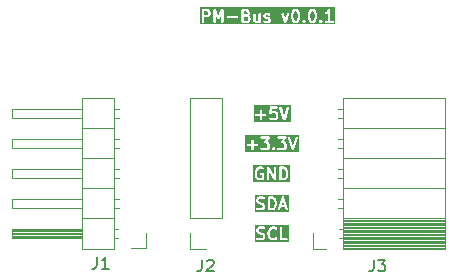
<source format=gbr>
%TF.GenerationSoftware,KiCad,Pcbnew,8.0.4-8.0.4-0~ubuntu22.04.1*%
%TF.CreationDate,2024-08-03T19:38:37+03:00*%
%TF.ProjectId,PM-Bus,504d2d42-7573-42e6-9b69-6361645f7063,rev?*%
%TF.SameCoordinates,Original*%
%TF.FileFunction,Legend,Top*%
%TF.FilePolarity,Positive*%
%FSLAX46Y46*%
G04 Gerber Fmt 4.6, Leading zero omitted, Abs format (unit mm)*
G04 Created by KiCad (PCBNEW 8.0.4-8.0.4-0~ubuntu22.04.1) date 2024-08-03 19:38:37*
%MOMM*%
%LPD*%
G01*
G04 APERTURE LIST*
%ADD10C,0.200000*%
%ADD11C,0.150000*%
%ADD12C,0.120000*%
%ADD13R,1.700000X1.700000*%
%ADD14O,1.700000X1.700000*%
%ADD15C,3.200000*%
G04 APERTURE END LIST*
D10*
G36*
X79025950Y-89613330D02*
G01*
X74463578Y-89613330D01*
X74463578Y-89001757D01*
X74574689Y-89001757D01*
X74574689Y-89040775D01*
X74589621Y-89076823D01*
X74617211Y-89104413D01*
X74653259Y-89119345D01*
X74672768Y-89121266D01*
X74953720Y-89121266D01*
X74953720Y-89402219D01*
X74955641Y-89421728D01*
X74970573Y-89457776D01*
X74998163Y-89485366D01*
X75034211Y-89500298D01*
X75073229Y-89500298D01*
X75109277Y-89485366D01*
X75136867Y-89457776D01*
X75151799Y-89421728D01*
X75153720Y-89402219D01*
X75153720Y-89121266D01*
X75434673Y-89121266D01*
X75454182Y-89119345D01*
X75490230Y-89104413D01*
X75517820Y-89076823D01*
X75532752Y-89040775D01*
X75532752Y-89001757D01*
X75517820Y-88965709D01*
X75490230Y-88938119D01*
X75454182Y-88923187D01*
X75434673Y-88921266D01*
X75153720Y-88921266D01*
X75153720Y-88640314D01*
X75151799Y-88620805D01*
X75136867Y-88584757D01*
X75109277Y-88557167D01*
X75073229Y-88542235D01*
X75034211Y-88542235D01*
X74998163Y-88557167D01*
X74970573Y-88584757D01*
X74955641Y-88620805D01*
X74953720Y-88640314D01*
X74953720Y-88921266D01*
X74672768Y-88921266D01*
X74653259Y-88923187D01*
X74617211Y-88938119D01*
X74589621Y-88965709D01*
X74574689Y-89001757D01*
X74463578Y-89001757D01*
X74463578Y-88382710D01*
X75717546Y-88382710D01*
X75717546Y-88421728D01*
X75732478Y-88457776D01*
X75760068Y-88485366D01*
X75796116Y-88500298D01*
X75815625Y-88502219D01*
X76214295Y-88502219D01*
X76026081Y-88717321D01*
X76020051Y-88725754D01*
X76018192Y-88727614D01*
X76017461Y-88729377D01*
X76014680Y-88733268D01*
X76009475Y-88748656D01*
X76003260Y-88763662D01*
X76003260Y-88767035D01*
X76002180Y-88770229D01*
X76003260Y-88786431D01*
X76003260Y-88802680D01*
X76004550Y-88805795D01*
X76004775Y-88809161D01*
X76011975Y-88823721D01*
X76018192Y-88838728D01*
X76020576Y-88841112D01*
X76022072Y-88844136D01*
X76034297Y-88854833D01*
X76045782Y-88866318D01*
X76048896Y-88867608D01*
X76051436Y-88869830D01*
X76066824Y-88875034D01*
X76081830Y-88881250D01*
X76086589Y-88881718D01*
X76088397Y-88882330D01*
X76091021Y-88882155D01*
X76101339Y-88883171D01*
X76220589Y-88883171D01*
X76280198Y-88912976D01*
X76304867Y-88937644D01*
X76334672Y-88997254D01*
X76334672Y-89188135D01*
X76304867Y-89247743D01*
X76280198Y-89272413D01*
X76220589Y-89302219D01*
X75982089Y-89302219D01*
X75922479Y-89272414D01*
X75886336Y-89236270D01*
X75871183Y-89223833D01*
X75835135Y-89208902D01*
X75796117Y-89208901D01*
X75760068Y-89223832D01*
X75732478Y-89251422D01*
X75717547Y-89287470D01*
X75717546Y-89326488D01*
X75732477Y-89362537D01*
X75744914Y-89377690D01*
X75792532Y-89425310D01*
X75800200Y-89431603D01*
X75801932Y-89433600D01*
X75804940Y-89435493D01*
X75807686Y-89437747D01*
X75810126Y-89438757D01*
X75818523Y-89444043D01*
X75913760Y-89491662D01*
X75932069Y-89498668D01*
X75935652Y-89498922D01*
X75938973Y-89500298D01*
X75958482Y-89502219D01*
X76244196Y-89502219D01*
X76263705Y-89500298D01*
X76267025Y-89498922D01*
X76270609Y-89498668D01*
X76288917Y-89491662D01*
X76384155Y-89444043D01*
X76392550Y-89438758D01*
X76394992Y-89437747D01*
X76397739Y-89435491D01*
X76400745Y-89433600D01*
X76402475Y-89431605D01*
X76410145Y-89425310D01*
X76457764Y-89377690D01*
X76464056Y-89370023D01*
X76466053Y-89368292D01*
X76467946Y-89365284D01*
X76470201Y-89362537D01*
X76471212Y-89360095D01*
X76476496Y-89351701D01*
X76484801Y-89335091D01*
X76717546Y-89335091D01*
X76717546Y-89374109D01*
X76724009Y-89389711D01*
X76732478Y-89410158D01*
X76732482Y-89410162D01*
X76744914Y-89425311D01*
X76792533Y-89472929D01*
X76807686Y-89485366D01*
X76816689Y-89489095D01*
X76843735Y-89500298D01*
X76882753Y-89500298D01*
X76918801Y-89485366D01*
X76933955Y-89472930D01*
X76981573Y-89425311D01*
X76994010Y-89410158D01*
X77000762Y-89393856D01*
X77008941Y-89374110D01*
X77008942Y-89335092D01*
X76994011Y-89299043D01*
X76981574Y-89283890D01*
X76933955Y-89236270D01*
X76918802Y-89223833D01*
X76903870Y-89217648D01*
X76882753Y-89208901D01*
X76843735Y-89208901D01*
X76833177Y-89213274D01*
X76807687Y-89223832D01*
X76807686Y-89223833D01*
X76792532Y-89236270D01*
X76744914Y-89283890D01*
X76732477Y-89299043D01*
X76722464Y-89323219D01*
X76717546Y-89335091D01*
X76484801Y-89335091D01*
X76524115Y-89256464D01*
X76531121Y-89238155D01*
X76531375Y-89234571D01*
X76532751Y-89231251D01*
X76534672Y-89211742D01*
X76534672Y-88973647D01*
X76532751Y-88954138D01*
X76531375Y-88950817D01*
X76531121Y-88947234D01*
X76524115Y-88928925D01*
X76476496Y-88833688D01*
X76471210Y-88825291D01*
X76470200Y-88822851D01*
X76467946Y-88820105D01*
X76466053Y-88817097D01*
X76464055Y-88815364D01*
X76457763Y-88807698D01*
X76410145Y-88760079D01*
X76402474Y-88753784D01*
X76400745Y-88751790D01*
X76397737Y-88749896D01*
X76394991Y-88747643D01*
X76392551Y-88746632D01*
X76384155Y-88741347D01*
X76305307Y-88701923D01*
X76509930Y-88468069D01*
X76515959Y-88459635D01*
X76517819Y-88457776D01*
X76518549Y-88456012D01*
X76521331Y-88452122D01*
X76526535Y-88436733D01*
X76532751Y-88421728D01*
X76532751Y-88418354D01*
X76533831Y-88415161D01*
X76532751Y-88398958D01*
X76532751Y-88382710D01*
X77146117Y-88382710D01*
X77146117Y-88421728D01*
X77161049Y-88457776D01*
X77188639Y-88485366D01*
X77224687Y-88500298D01*
X77244196Y-88502219D01*
X77642866Y-88502219D01*
X77454652Y-88717321D01*
X77448622Y-88725754D01*
X77446763Y-88727614D01*
X77446032Y-88729377D01*
X77443251Y-88733268D01*
X77438046Y-88748656D01*
X77431831Y-88763662D01*
X77431831Y-88767035D01*
X77430751Y-88770229D01*
X77431831Y-88786431D01*
X77431831Y-88802680D01*
X77433121Y-88805795D01*
X77433346Y-88809161D01*
X77440546Y-88823721D01*
X77446763Y-88838728D01*
X77449147Y-88841112D01*
X77450643Y-88844136D01*
X77462868Y-88854833D01*
X77474353Y-88866318D01*
X77477467Y-88867608D01*
X77480007Y-88869830D01*
X77495395Y-88875034D01*
X77510401Y-88881250D01*
X77515160Y-88881718D01*
X77516968Y-88882330D01*
X77519592Y-88882155D01*
X77529910Y-88883171D01*
X77649160Y-88883171D01*
X77708769Y-88912976D01*
X77733438Y-88937644D01*
X77763243Y-88997254D01*
X77763243Y-89188135D01*
X77733438Y-89247743D01*
X77708769Y-89272413D01*
X77649160Y-89302219D01*
X77410660Y-89302219D01*
X77351050Y-89272414D01*
X77314907Y-89236270D01*
X77299754Y-89223833D01*
X77263706Y-89208902D01*
X77224688Y-89208901D01*
X77188639Y-89223832D01*
X77161049Y-89251422D01*
X77146118Y-89287470D01*
X77146117Y-89326488D01*
X77161048Y-89362537D01*
X77173485Y-89377690D01*
X77221103Y-89425310D01*
X77228771Y-89431603D01*
X77230503Y-89433600D01*
X77233511Y-89435493D01*
X77236257Y-89437747D01*
X77238697Y-89438757D01*
X77247094Y-89444043D01*
X77342331Y-89491662D01*
X77360640Y-89498668D01*
X77364223Y-89498922D01*
X77367544Y-89500298D01*
X77387053Y-89502219D01*
X77672767Y-89502219D01*
X77692276Y-89500298D01*
X77695596Y-89498922D01*
X77699180Y-89498668D01*
X77717488Y-89491662D01*
X77812726Y-89444043D01*
X77821121Y-89438758D01*
X77823563Y-89437747D01*
X77826310Y-89435491D01*
X77829316Y-89433600D01*
X77831046Y-89431605D01*
X77838716Y-89425310D01*
X77886335Y-89377690D01*
X77892627Y-89370023D01*
X77894624Y-89368292D01*
X77896517Y-89365284D01*
X77898772Y-89362537D01*
X77899783Y-89360095D01*
X77905067Y-89351701D01*
X77952686Y-89256464D01*
X77959692Y-89238155D01*
X77959946Y-89234571D01*
X77961322Y-89231251D01*
X77963243Y-89211742D01*
X77963243Y-88973647D01*
X77961322Y-88954138D01*
X77959946Y-88950817D01*
X77959692Y-88947234D01*
X77952686Y-88928925D01*
X77905067Y-88833688D01*
X77899781Y-88825291D01*
X77898771Y-88822851D01*
X77896517Y-88820105D01*
X77894624Y-88817097D01*
X77892626Y-88815364D01*
X77886334Y-88807698D01*
X77838716Y-88760079D01*
X77831045Y-88753784D01*
X77829316Y-88751790D01*
X77826308Y-88749896D01*
X77823562Y-88747643D01*
X77821122Y-88746632D01*
X77812726Y-88741347D01*
X77733878Y-88701923D01*
X77938501Y-88468069D01*
X77944530Y-88459635D01*
X77946390Y-88457776D01*
X77947120Y-88456012D01*
X77949902Y-88452122D01*
X77955106Y-88436733D01*
X77961322Y-88421728D01*
X77961322Y-88418354D01*
X77962402Y-88415161D01*
X77962373Y-88414726D01*
X78049743Y-88414726D01*
X78054090Y-88433842D01*
X78387423Y-89433841D01*
X78395414Y-89451742D01*
X78400097Y-89457141D01*
X78403292Y-89463531D01*
X78412763Y-89471746D01*
X78420979Y-89481218D01*
X78427367Y-89484412D01*
X78432768Y-89489096D01*
X78444669Y-89493063D01*
X78455878Y-89498667D01*
X78463002Y-89499173D01*
X78469784Y-89501434D01*
X78482293Y-89500544D01*
X78494798Y-89501434D01*
X78501576Y-89499174D01*
X78508704Y-89498668D01*
X78519920Y-89493059D01*
X78531814Y-89489095D01*
X78537211Y-89484414D01*
X78543603Y-89481218D01*
X78551821Y-89471742D01*
X78561290Y-89463530D01*
X78564483Y-89457143D01*
X78569168Y-89451742D01*
X78577159Y-89433842D01*
X78910492Y-88433842D01*
X78914839Y-88414727D01*
X78912073Y-88375807D01*
X78894623Y-88340908D01*
X78865147Y-88315343D01*
X78828131Y-88303004D01*
X78789211Y-88305771D01*
X78754312Y-88323220D01*
X78728747Y-88352696D01*
X78720756Y-88370597D01*
X78482291Y-89085991D01*
X78243826Y-88370596D01*
X78235835Y-88352696D01*
X78210270Y-88323220D01*
X78175371Y-88305770D01*
X78136451Y-88303004D01*
X78099435Y-88315342D01*
X78069959Y-88340907D01*
X78052509Y-88375806D01*
X78049743Y-88414726D01*
X77962373Y-88414726D01*
X77961322Y-88398958D01*
X77961322Y-88382710D01*
X77960031Y-88379594D01*
X77959807Y-88376229D01*
X77952604Y-88361663D01*
X77946390Y-88346662D01*
X77944006Y-88344278D01*
X77942511Y-88341254D01*
X77930277Y-88330549D01*
X77918800Y-88319072D01*
X77915686Y-88317782D01*
X77913147Y-88315560D01*
X77897755Y-88310354D01*
X77882752Y-88304140D01*
X77877992Y-88303671D01*
X77876185Y-88303060D01*
X77873560Y-88303234D01*
X77863243Y-88302219D01*
X77244196Y-88302219D01*
X77224687Y-88304140D01*
X77188639Y-88319072D01*
X77161049Y-88346662D01*
X77146117Y-88382710D01*
X76532751Y-88382710D01*
X76531460Y-88379594D01*
X76531236Y-88376229D01*
X76524033Y-88361663D01*
X76517819Y-88346662D01*
X76515435Y-88344278D01*
X76513940Y-88341254D01*
X76501706Y-88330549D01*
X76490229Y-88319072D01*
X76487115Y-88317782D01*
X76484576Y-88315560D01*
X76469184Y-88310354D01*
X76454181Y-88304140D01*
X76449421Y-88303671D01*
X76447614Y-88303060D01*
X76444989Y-88303234D01*
X76434672Y-88302219D01*
X75815625Y-88302219D01*
X75796116Y-88304140D01*
X75760068Y-88319072D01*
X75732478Y-88346662D01*
X75717546Y-88382710D01*
X74463578Y-88382710D01*
X74463578Y-88191108D01*
X79025950Y-88191108D01*
X79025950Y-89613330D01*
G37*
G36*
X74657796Y-78218430D02*
G01*
X74677248Y-78237882D01*
X74707053Y-78297492D01*
X74707053Y-78393135D01*
X74677248Y-78452743D01*
X74652579Y-78477413D01*
X74592970Y-78507219D01*
X74335625Y-78507219D01*
X74335625Y-78183409D01*
X74552731Y-78183409D01*
X74657796Y-78218430D01*
G37*
G36*
X74604960Y-77737024D02*
G01*
X74629629Y-77761692D01*
X74659434Y-77821302D01*
X74659434Y-77869326D01*
X74629629Y-77928935D01*
X74604960Y-77953603D01*
X74545351Y-77983409D01*
X74335625Y-77983409D01*
X74335625Y-77707219D01*
X74545351Y-77707219D01*
X74604960Y-77737024D01*
G37*
G36*
X78795437Y-77737024D02*
G01*
X78820106Y-77761692D01*
X78855559Y-77832599D01*
X78897530Y-78000480D01*
X78897530Y-78213956D01*
X78855559Y-78381837D01*
X78820106Y-78452743D01*
X78795437Y-78477413D01*
X78735828Y-78507219D01*
X78687804Y-78507219D01*
X78628194Y-78477414D01*
X78603527Y-78452746D01*
X78568072Y-78381837D01*
X78526102Y-78213956D01*
X78526102Y-78000481D01*
X78568072Y-77832599D01*
X78603526Y-77761692D01*
X78628194Y-77737023D01*
X78687804Y-77707219D01*
X78735828Y-77707219D01*
X78795437Y-77737024D01*
G37*
G36*
X80224008Y-77737024D02*
G01*
X80248677Y-77761692D01*
X80284130Y-77832599D01*
X80326101Y-78000480D01*
X80326101Y-78213956D01*
X80284130Y-78381837D01*
X80248677Y-78452743D01*
X80224008Y-78477413D01*
X80164399Y-78507219D01*
X80116375Y-78507219D01*
X80056765Y-78477414D01*
X80032098Y-78452746D01*
X79996643Y-78381837D01*
X79954673Y-78213956D01*
X79954673Y-78000481D01*
X79996643Y-77832599D01*
X80032097Y-77761692D01*
X80056765Y-77737023D01*
X80116375Y-77707219D01*
X80164399Y-77707219D01*
X80224008Y-77737024D01*
G37*
G36*
X71271627Y-77737024D02*
G01*
X71296296Y-77761692D01*
X71326101Y-77821302D01*
X71326101Y-77916945D01*
X71296296Y-77976554D01*
X71271627Y-78001222D01*
X71212018Y-78031028D01*
X70954673Y-78031028D01*
X70954673Y-77707219D01*
X71212018Y-77707219D01*
X71271627Y-77737024D01*
G37*
G36*
X82063862Y-78818330D02*
G01*
X70643562Y-78818330D01*
X70643562Y-77607219D01*
X70754673Y-77607219D01*
X70754673Y-78607219D01*
X70756594Y-78626728D01*
X70771526Y-78662776D01*
X70799116Y-78690366D01*
X70835164Y-78705298D01*
X70874182Y-78705298D01*
X70910230Y-78690366D01*
X70937820Y-78662776D01*
X70952752Y-78626728D01*
X70954673Y-78607219D01*
X70954673Y-78231028D01*
X71235625Y-78231028D01*
X71255134Y-78229107D01*
X71258454Y-78227731D01*
X71262038Y-78227477D01*
X71280346Y-78220471D01*
X71375584Y-78172852D01*
X71383980Y-78167566D01*
X71386420Y-78166556D01*
X71389166Y-78164302D01*
X71392174Y-78162409D01*
X71393903Y-78160414D01*
X71401574Y-78154120D01*
X71449192Y-78106501D01*
X71455484Y-78098834D01*
X71457482Y-78097102D01*
X71459375Y-78094093D01*
X71461629Y-78091348D01*
X71462639Y-78088907D01*
X71467925Y-78080511D01*
X71515544Y-77985274D01*
X71522550Y-77966965D01*
X71522804Y-77963381D01*
X71524180Y-77960061D01*
X71526101Y-77940552D01*
X71526101Y-77797695D01*
X71524180Y-77778186D01*
X71522804Y-77774865D01*
X71522550Y-77771282D01*
X71515544Y-77752973D01*
X71467925Y-77657736D01*
X71462639Y-77649339D01*
X71461629Y-77646899D01*
X71459375Y-77644153D01*
X71457482Y-77641145D01*
X71455484Y-77639412D01*
X71449192Y-77631746D01*
X71424666Y-77607219D01*
X71754673Y-77607219D01*
X71754673Y-78607219D01*
X71756594Y-78626728D01*
X71771526Y-78662776D01*
X71799116Y-78690366D01*
X71835164Y-78705298D01*
X71874182Y-78705298D01*
X71910230Y-78690366D01*
X71937820Y-78662776D01*
X71952752Y-78626728D01*
X71954673Y-78607219D01*
X71954673Y-78057975D01*
X72097388Y-78363793D01*
X72101620Y-78370938D01*
X72102500Y-78373356D01*
X72104065Y-78375065D01*
X72107379Y-78380659D01*
X72118589Y-78390925D01*
X72128851Y-78402131D01*
X72132876Y-78404009D01*
X72136154Y-78407011D01*
X72150436Y-78412204D01*
X72164209Y-78418632D01*
X72168648Y-78418827D01*
X72172823Y-78420345D01*
X72188006Y-78419677D01*
X72203189Y-78420345D01*
X72207362Y-78418827D01*
X72211804Y-78418632D01*
X72225588Y-78412199D01*
X72239858Y-78407010D01*
X72243131Y-78404012D01*
X72247161Y-78402132D01*
X72257430Y-78390917D01*
X72268633Y-78380659D01*
X72271944Y-78375068D01*
X72273513Y-78373356D01*
X72274393Y-78370934D01*
X72278624Y-78363793D01*
X72421339Y-78057974D01*
X72421339Y-78607219D01*
X72423260Y-78626728D01*
X72438192Y-78662776D01*
X72465782Y-78690366D01*
X72501830Y-78705298D01*
X72540848Y-78705298D01*
X72576896Y-78690366D01*
X72604486Y-78662776D01*
X72619418Y-78626728D01*
X72621339Y-78607219D01*
X72621339Y-78206757D01*
X72899451Y-78206757D01*
X72899451Y-78245775D01*
X72914383Y-78281823D01*
X72941973Y-78309413D01*
X72978021Y-78324345D01*
X72997530Y-78326266D01*
X73759435Y-78326266D01*
X73778944Y-78324345D01*
X73814992Y-78309413D01*
X73842582Y-78281823D01*
X73857514Y-78245775D01*
X73857514Y-78206757D01*
X73842582Y-78170709D01*
X73814992Y-78143119D01*
X73778944Y-78128187D01*
X73759435Y-78126266D01*
X72997530Y-78126266D01*
X72978021Y-78128187D01*
X72941973Y-78143119D01*
X72914383Y-78170709D01*
X72899451Y-78206757D01*
X72621339Y-78206757D01*
X72621339Y-77607219D01*
X74135625Y-77607219D01*
X74135625Y-78607219D01*
X74137546Y-78626728D01*
X74152478Y-78662776D01*
X74180068Y-78690366D01*
X74216116Y-78705298D01*
X74235625Y-78707219D01*
X74616577Y-78707219D01*
X74636086Y-78705298D01*
X74639406Y-78703922D01*
X74642990Y-78703668D01*
X74661298Y-78696662D01*
X74756536Y-78649043D01*
X74764931Y-78643758D01*
X74767373Y-78642747D01*
X74770120Y-78640491D01*
X74773126Y-78638600D01*
X74774856Y-78636605D01*
X74782526Y-78630310D01*
X74830145Y-78582690D01*
X74836437Y-78575023D01*
X74838434Y-78573292D01*
X74840327Y-78570284D01*
X74842582Y-78567537D01*
X74843593Y-78565095D01*
X74848877Y-78556701D01*
X74896496Y-78461464D01*
X74903502Y-78443155D01*
X74903756Y-78439571D01*
X74905132Y-78436251D01*
X74907053Y-78416742D01*
X74907053Y-78273885D01*
X74905132Y-78254376D01*
X74903756Y-78251055D01*
X74903502Y-78247472D01*
X74896496Y-78229163D01*
X74848877Y-78133926D01*
X74843591Y-78125529D01*
X74842581Y-78123089D01*
X74840327Y-78120343D01*
X74838434Y-78117335D01*
X74836436Y-78115602D01*
X74830144Y-78107936D01*
X74782526Y-78060317D01*
X74781737Y-78059669D01*
X74782525Y-78058882D01*
X74788817Y-78051215D01*
X74790815Y-78049483D01*
X74792708Y-78046474D01*
X74794962Y-78043729D01*
X74795972Y-78041288D01*
X74801258Y-78032892D01*
X74847428Y-77940552D01*
X75135625Y-77940552D01*
X75135625Y-78464361D01*
X75137546Y-78483870D01*
X75138921Y-78487190D01*
X75139176Y-78490773D01*
X75146182Y-78509082D01*
X75193801Y-78604321D01*
X75195854Y-78607584D01*
X75196368Y-78609123D01*
X75198030Y-78611039D01*
X75204244Y-78620911D01*
X75213715Y-78629125D01*
X75221932Y-78638600D01*
X75231802Y-78644812D01*
X75233720Y-78646476D01*
X75235260Y-78646989D01*
X75238523Y-78649043D01*
X75333760Y-78696662D01*
X75352069Y-78703668D01*
X75355652Y-78703922D01*
X75358973Y-78705298D01*
X75378482Y-78707219D01*
X75521339Y-78707219D01*
X75540848Y-78705298D01*
X75544168Y-78703922D01*
X75547752Y-78703668D01*
X75566060Y-78696662D01*
X75598643Y-78680370D01*
X75608639Y-78690366D01*
X75644687Y-78705298D01*
X75683705Y-78705298D01*
X75719753Y-78690366D01*
X75747343Y-78662776D01*
X75762275Y-78626728D01*
X75764196Y-78607219D01*
X75764196Y-78083409D01*
X75992768Y-78083409D01*
X75992768Y-78131028D01*
X75994689Y-78150537D01*
X75996064Y-78153857D01*
X75996319Y-78157441D01*
X76003325Y-78175749D01*
X76050944Y-78270987D01*
X76052997Y-78274250D01*
X76053511Y-78275789D01*
X76055173Y-78277705D01*
X76061387Y-78287577D01*
X76070857Y-78295790D01*
X76079075Y-78305266D01*
X76088948Y-78311480D01*
X76090864Y-78313142D01*
X76092402Y-78313654D01*
X76095666Y-78315709D01*
X76190903Y-78363328D01*
X76209212Y-78370334D01*
X76212795Y-78370588D01*
X76216116Y-78371964D01*
X76235625Y-78373885D01*
X76354875Y-78373885D01*
X76399184Y-78396040D01*
X76421339Y-78440349D01*
X76421339Y-78440754D01*
X76399184Y-78485063D01*
X76354875Y-78507219D01*
X76211613Y-78507219D01*
X76137489Y-78470157D01*
X76119181Y-78463151D01*
X76080261Y-78460385D01*
X76043245Y-78472724D01*
X76013768Y-78498288D01*
X75996319Y-78533187D01*
X75993553Y-78572107D01*
X76005892Y-78609123D01*
X76031456Y-78638600D01*
X76048047Y-78649043D01*
X76143284Y-78696662D01*
X76161593Y-78703668D01*
X76165176Y-78703922D01*
X76168497Y-78705298D01*
X76188006Y-78707219D01*
X76378482Y-78707219D01*
X76397991Y-78705298D01*
X76401311Y-78703922D01*
X76404895Y-78703668D01*
X76423203Y-78696662D01*
X76518441Y-78649043D01*
X76521703Y-78646989D01*
X76523243Y-78646476D01*
X76525159Y-78644813D01*
X76535031Y-78638600D01*
X76543246Y-78629126D01*
X76552720Y-78620911D01*
X76558933Y-78611039D01*
X76560596Y-78609123D01*
X76561108Y-78607584D01*
X76563163Y-78604321D01*
X76610782Y-78509082D01*
X76617788Y-78490774D01*
X76618042Y-78487190D01*
X76619418Y-78483870D01*
X76621339Y-78464361D01*
X76621339Y-78416742D01*
X76619418Y-78397233D01*
X76618042Y-78393912D01*
X76617788Y-78390329D01*
X76610782Y-78372020D01*
X76563163Y-78276783D01*
X76561108Y-78273519D01*
X76560596Y-78271981D01*
X76558934Y-78270065D01*
X76552720Y-78260192D01*
X76543244Y-78251974D01*
X76535031Y-78242504D01*
X76525159Y-78236290D01*
X76523243Y-78234628D01*
X76521704Y-78234114D01*
X76518441Y-78232061D01*
X76423203Y-78184442D01*
X76404895Y-78177436D01*
X76401311Y-78177181D01*
X76397991Y-78175806D01*
X76378482Y-78173885D01*
X76259232Y-78173885D01*
X76214923Y-78151730D01*
X76192768Y-78107420D01*
X76192768Y-78107016D01*
X76214923Y-78062706D01*
X76259232Y-78040552D01*
X76354875Y-78040552D01*
X76428998Y-78077614D01*
X76447307Y-78084620D01*
X76486227Y-78087386D01*
X76523243Y-78075047D01*
X76552720Y-78049482D01*
X76570169Y-78014584D01*
X76572934Y-77975664D01*
X76566102Y-77955167D01*
X77517651Y-77955167D01*
X77522404Y-77974186D01*
X77760499Y-78640852D01*
X77768869Y-78658579D01*
X77772239Y-78662301D01*
X77774387Y-78666836D01*
X77785238Y-78676659D01*
X77795056Y-78687504D01*
X77799588Y-78689651D01*
X77803313Y-78693023D01*
X77817103Y-78697947D01*
X77830318Y-78704208D01*
X77835328Y-78704457D01*
X77840058Y-78706146D01*
X77854679Y-78705418D01*
X77869288Y-78706145D01*
X77874013Y-78704457D01*
X77879028Y-78704208D01*
X77892254Y-78697942D01*
X77906033Y-78693022D01*
X77909753Y-78689653D01*
X77914290Y-78687505D01*
X77924112Y-78676654D01*
X77934959Y-78666836D01*
X77937106Y-78662301D01*
X77940477Y-78658579D01*
X77948847Y-78640853D01*
X78181947Y-77988171D01*
X78326102Y-77988171D01*
X78326102Y-78226266D01*
X78326437Y-78229668D01*
X78326220Y-78231127D01*
X78327299Y-78238424D01*
X78328023Y-78245775D01*
X78328587Y-78247138D01*
X78329088Y-78250520D01*
X78376707Y-78440995D01*
X78377220Y-78442432D01*
X78377272Y-78443155D01*
X78380380Y-78451279D01*
X78383302Y-78459456D01*
X78383732Y-78460036D01*
X78384278Y-78461463D01*
X78431897Y-78556701D01*
X78437180Y-78565093D01*
X78438192Y-78567537D01*
X78440448Y-78570286D01*
X78442340Y-78573291D01*
X78444334Y-78575020D01*
X78450629Y-78582690D01*
X78498247Y-78630310D01*
X78505915Y-78636603D01*
X78507647Y-78638600D01*
X78510655Y-78640493D01*
X78513401Y-78642747D01*
X78515841Y-78643757D01*
X78524238Y-78649043D01*
X78619475Y-78696662D01*
X78637784Y-78703668D01*
X78641367Y-78703922D01*
X78644688Y-78705298D01*
X78664197Y-78707219D01*
X78759435Y-78707219D01*
X78778944Y-78705298D01*
X78782264Y-78703922D01*
X78785848Y-78703668D01*
X78804156Y-78696662D01*
X78899394Y-78649043D01*
X78907789Y-78643758D01*
X78910231Y-78642747D01*
X78912978Y-78640491D01*
X78915984Y-78638600D01*
X78917714Y-78636605D01*
X78925384Y-78630310D01*
X78973003Y-78582690D01*
X78979295Y-78575023D01*
X78981292Y-78573292D01*
X78983185Y-78570284D01*
X78985440Y-78567537D01*
X78986451Y-78565095D01*
X78991735Y-78556701D01*
X79000040Y-78540091D01*
X79280404Y-78540091D01*
X79280404Y-78579109D01*
X79285994Y-78592604D01*
X79295336Y-78615158D01*
X79295340Y-78615162D01*
X79307772Y-78630311D01*
X79355391Y-78677929D01*
X79370544Y-78690366D01*
X79376957Y-78693022D01*
X79406593Y-78705298D01*
X79445611Y-78705298D01*
X79481659Y-78690366D01*
X79496813Y-78677930D01*
X79544431Y-78630311D01*
X79556868Y-78615158D01*
X79563620Y-78598856D01*
X79571799Y-78579110D01*
X79571800Y-78540092D01*
X79556869Y-78504043D01*
X79544432Y-78488890D01*
X79496813Y-78441270D01*
X79481660Y-78428833D01*
X79462071Y-78420719D01*
X79455393Y-78417953D01*
X79445611Y-78413901D01*
X79406593Y-78413901D01*
X79396811Y-78417953D01*
X79370545Y-78428832D01*
X79370544Y-78428833D01*
X79355390Y-78441270D01*
X79307772Y-78488890D01*
X79295335Y-78504043D01*
X79285322Y-78528219D01*
X79280404Y-78540091D01*
X79000040Y-78540091D01*
X79039354Y-78461464D01*
X79039900Y-78460035D01*
X79040330Y-78459456D01*
X79043251Y-78451279D01*
X79046360Y-78443155D01*
X79046411Y-78442434D01*
X79046925Y-78440996D01*
X79094544Y-78250520D01*
X79095044Y-78247138D01*
X79095609Y-78245775D01*
X79096332Y-78238424D01*
X79097412Y-78231127D01*
X79097194Y-78229668D01*
X79097530Y-78226266D01*
X79097530Y-77988171D01*
X79754673Y-77988171D01*
X79754673Y-78226266D01*
X79755008Y-78229668D01*
X79754791Y-78231127D01*
X79755870Y-78238424D01*
X79756594Y-78245775D01*
X79757158Y-78247138D01*
X79757659Y-78250520D01*
X79805278Y-78440995D01*
X79805791Y-78442432D01*
X79805843Y-78443155D01*
X79808951Y-78451279D01*
X79811873Y-78459456D01*
X79812303Y-78460036D01*
X79812849Y-78461463D01*
X79860468Y-78556701D01*
X79865751Y-78565093D01*
X79866763Y-78567537D01*
X79869019Y-78570286D01*
X79870911Y-78573291D01*
X79872905Y-78575020D01*
X79879200Y-78582690D01*
X79926818Y-78630310D01*
X79934486Y-78636603D01*
X79936218Y-78638600D01*
X79939226Y-78640493D01*
X79941972Y-78642747D01*
X79944412Y-78643757D01*
X79952809Y-78649043D01*
X80048046Y-78696662D01*
X80066355Y-78703668D01*
X80069938Y-78703922D01*
X80073259Y-78705298D01*
X80092768Y-78707219D01*
X80188006Y-78707219D01*
X80207515Y-78705298D01*
X80210835Y-78703922D01*
X80214419Y-78703668D01*
X80232727Y-78696662D01*
X80327965Y-78649043D01*
X80336360Y-78643758D01*
X80338802Y-78642747D01*
X80341549Y-78640491D01*
X80344555Y-78638600D01*
X80346285Y-78636605D01*
X80353955Y-78630310D01*
X80401574Y-78582690D01*
X80407866Y-78575023D01*
X80409863Y-78573292D01*
X80411756Y-78570284D01*
X80414011Y-78567537D01*
X80415022Y-78565095D01*
X80420306Y-78556701D01*
X80428611Y-78540091D01*
X80708975Y-78540091D01*
X80708975Y-78579109D01*
X80714565Y-78592604D01*
X80723907Y-78615158D01*
X80723911Y-78615162D01*
X80736343Y-78630311D01*
X80783962Y-78677929D01*
X80799115Y-78690366D01*
X80805528Y-78693022D01*
X80835164Y-78705298D01*
X80874182Y-78705298D01*
X80910230Y-78690366D01*
X80925384Y-78677930D01*
X80973002Y-78630311D01*
X80985439Y-78615158D01*
X80992191Y-78598856D01*
X81000370Y-78579110D01*
X81000371Y-78540092D01*
X80985440Y-78504043D01*
X80973003Y-78488890D01*
X80925384Y-78441270D01*
X80910231Y-78428833D01*
X80890642Y-78420719D01*
X80883964Y-78417953D01*
X80874182Y-78413901D01*
X80835164Y-78413901D01*
X80825382Y-78417953D01*
X80799116Y-78428832D01*
X80799115Y-78428833D01*
X80783961Y-78441270D01*
X80736343Y-78488890D01*
X80723906Y-78504043D01*
X80713893Y-78528219D01*
X80708975Y-78540091D01*
X80428611Y-78540091D01*
X80467925Y-78461464D01*
X80468471Y-78460035D01*
X80468901Y-78459456D01*
X80471822Y-78451279D01*
X80474931Y-78443155D01*
X80474982Y-78442434D01*
X80475496Y-78440996D01*
X80523115Y-78250520D01*
X80523615Y-78247138D01*
X80524180Y-78245775D01*
X80524903Y-78238424D01*
X80525983Y-78231127D01*
X80525765Y-78229668D01*
X80526101Y-78226266D01*
X80526101Y-77988171D01*
X80525765Y-77984768D01*
X80525983Y-77983310D01*
X80524903Y-77976012D01*
X80524180Y-77968662D01*
X80523615Y-77967298D01*
X80523115Y-77963917D01*
X80502242Y-77880426D01*
X81184029Y-77880426D01*
X81186795Y-77919346D01*
X81204244Y-77954245D01*
X81233721Y-77979809D01*
X81270737Y-77992148D01*
X81309657Y-77989382D01*
X81327965Y-77982376D01*
X81423203Y-77934757D01*
X81431599Y-77929471D01*
X81434039Y-77928461D01*
X81436785Y-77926207D01*
X81439793Y-77924314D01*
X81441522Y-77922319D01*
X81449193Y-77916025D01*
X81468958Y-77896260D01*
X81468958Y-78507219D01*
X81283244Y-78507219D01*
X81263735Y-78509140D01*
X81227687Y-78524072D01*
X81200097Y-78551662D01*
X81185165Y-78587710D01*
X81185165Y-78626728D01*
X81200097Y-78662776D01*
X81227687Y-78690366D01*
X81263735Y-78705298D01*
X81283244Y-78707219D01*
X81854672Y-78707219D01*
X81874181Y-78705298D01*
X81910229Y-78690366D01*
X81937819Y-78662776D01*
X81952751Y-78626728D01*
X81952751Y-78587710D01*
X81937819Y-78551662D01*
X81910229Y-78524072D01*
X81874181Y-78509140D01*
X81854672Y-78507219D01*
X81668958Y-78507219D01*
X81668958Y-77607219D01*
X81668951Y-77607148D01*
X81668958Y-77607114D01*
X81668937Y-77607012D01*
X81667037Y-77587710D01*
X81663247Y-77578561D01*
X81661306Y-77568854D01*
X81655854Y-77560713D01*
X81652105Y-77551662D01*
X81645105Y-77544662D01*
X81639595Y-77536434D01*
X81631440Y-77530997D01*
X81624515Y-77524072D01*
X81615371Y-77520284D01*
X81607130Y-77514790D01*
X81597516Y-77512888D01*
X81588467Y-77509140D01*
X81578566Y-77509140D01*
X81568854Y-77507219D01*
X81559249Y-77509140D01*
X81549449Y-77509140D01*
X81540300Y-77512929D01*
X81530593Y-77514871D01*
X81522452Y-77520322D01*
X81513401Y-77524072D01*
X81506401Y-77531071D01*
X81498173Y-77536582D01*
X81485884Y-77551588D01*
X81485811Y-77551662D01*
X81485797Y-77551694D01*
X81485753Y-77551749D01*
X81396009Y-77686365D01*
X81319245Y-77763128D01*
X81238523Y-77803490D01*
X81221932Y-77813933D01*
X81196368Y-77843410D01*
X81184029Y-77880426D01*
X80502242Y-77880426D01*
X80475496Y-77773441D01*
X80474982Y-77772002D01*
X80474931Y-77771282D01*
X80471822Y-77763157D01*
X80468901Y-77754981D01*
X80468471Y-77754401D01*
X80467925Y-77752973D01*
X80420306Y-77657736D01*
X80415020Y-77649339D01*
X80414010Y-77646899D01*
X80411756Y-77644153D01*
X80409863Y-77641145D01*
X80407865Y-77639412D01*
X80401573Y-77631746D01*
X80353955Y-77584127D01*
X80346284Y-77577832D01*
X80344555Y-77575838D01*
X80341547Y-77573944D01*
X80338801Y-77571691D01*
X80336361Y-77570680D01*
X80327965Y-77565395D01*
X80232727Y-77517776D01*
X80214419Y-77510770D01*
X80210835Y-77510515D01*
X80207515Y-77509140D01*
X80188006Y-77507219D01*
X80092768Y-77507219D01*
X80073259Y-77509140D01*
X80069938Y-77510515D01*
X80066355Y-77510770D01*
X80048046Y-77517776D01*
X79952809Y-77565395D01*
X79944412Y-77570680D01*
X79941972Y-77571691D01*
X79939226Y-77573944D01*
X79936218Y-77575838D01*
X79934485Y-77577835D01*
X79926819Y-77584128D01*
X79879200Y-77631746D01*
X79872905Y-77639416D01*
X79870911Y-77641146D01*
X79869017Y-77644153D01*
X79866764Y-77646900D01*
X79865753Y-77649339D01*
X79860468Y-77657736D01*
X79812849Y-77752974D01*
X79812303Y-77754400D01*
X79811873Y-77754981D01*
X79808951Y-77763157D01*
X79805843Y-77771282D01*
X79805791Y-77772004D01*
X79805278Y-77773442D01*
X79757659Y-77963917D01*
X79757158Y-77967298D01*
X79756594Y-77968662D01*
X79755870Y-77976012D01*
X79754791Y-77983310D01*
X79755008Y-77984768D01*
X79754673Y-77988171D01*
X79097530Y-77988171D01*
X79097194Y-77984768D01*
X79097412Y-77983310D01*
X79096332Y-77976012D01*
X79095609Y-77968662D01*
X79095044Y-77967298D01*
X79094544Y-77963917D01*
X79046925Y-77773441D01*
X79046411Y-77772002D01*
X79046360Y-77771282D01*
X79043251Y-77763157D01*
X79040330Y-77754981D01*
X79039900Y-77754401D01*
X79039354Y-77752973D01*
X78991735Y-77657736D01*
X78986449Y-77649339D01*
X78985439Y-77646899D01*
X78983185Y-77644153D01*
X78981292Y-77641145D01*
X78979294Y-77639412D01*
X78973002Y-77631746D01*
X78925384Y-77584127D01*
X78917713Y-77577832D01*
X78915984Y-77575838D01*
X78912976Y-77573944D01*
X78910230Y-77571691D01*
X78907790Y-77570680D01*
X78899394Y-77565395D01*
X78804156Y-77517776D01*
X78785848Y-77510770D01*
X78782264Y-77510515D01*
X78778944Y-77509140D01*
X78759435Y-77507219D01*
X78664197Y-77507219D01*
X78644688Y-77509140D01*
X78641367Y-77510515D01*
X78637784Y-77510770D01*
X78619475Y-77517776D01*
X78524238Y-77565395D01*
X78515841Y-77570680D01*
X78513401Y-77571691D01*
X78510655Y-77573944D01*
X78507647Y-77575838D01*
X78505914Y-77577835D01*
X78498248Y-77584128D01*
X78450629Y-77631746D01*
X78444334Y-77639416D01*
X78442340Y-77641146D01*
X78440446Y-77644153D01*
X78438193Y-77646900D01*
X78437182Y-77649339D01*
X78431897Y-77657736D01*
X78384278Y-77752974D01*
X78383732Y-77754400D01*
X78383302Y-77754981D01*
X78380380Y-77763157D01*
X78377272Y-77771282D01*
X78377220Y-77772004D01*
X78376707Y-77773442D01*
X78329088Y-77963917D01*
X78328587Y-77967298D01*
X78328023Y-77968662D01*
X78327299Y-77976012D01*
X78326220Y-77983310D01*
X78326437Y-77984768D01*
X78326102Y-77988171D01*
X78181947Y-77988171D01*
X78186942Y-77974186D01*
X78191695Y-77955167D01*
X78189757Y-77916197D01*
X78173054Y-77880935D01*
X78144128Y-77854749D01*
X78107383Y-77841626D01*
X78068413Y-77843563D01*
X78033151Y-77860267D01*
X78006964Y-77889192D01*
X77998594Y-77906919D01*
X77854673Y-78309897D01*
X77710752Y-77906918D01*
X77702382Y-77889192D01*
X77676195Y-77860266D01*
X77640933Y-77843563D01*
X77601963Y-77841625D01*
X77565218Y-77854748D01*
X77536292Y-77880935D01*
X77519589Y-77916197D01*
X77517651Y-77955167D01*
X76566102Y-77955167D01*
X76560596Y-77938648D01*
X76535031Y-77909171D01*
X76518441Y-77898728D01*
X76423203Y-77851109D01*
X76404895Y-77844103D01*
X76401311Y-77843848D01*
X76397991Y-77842473D01*
X76378482Y-77840552D01*
X76235625Y-77840552D01*
X76216116Y-77842473D01*
X76212795Y-77843848D01*
X76209212Y-77844103D01*
X76190903Y-77851109D01*
X76095666Y-77898728D01*
X76092402Y-77900782D01*
X76090864Y-77901295D01*
X76088948Y-77902956D01*
X76079075Y-77909171D01*
X76070857Y-77918646D01*
X76061387Y-77926860D01*
X76055173Y-77936731D01*
X76053511Y-77938648D01*
X76052997Y-77940186D01*
X76050944Y-77943450D01*
X76003325Y-78038688D01*
X75996319Y-78056996D01*
X75996064Y-78060579D01*
X75994689Y-78063900D01*
X75992768Y-78083409D01*
X75764196Y-78083409D01*
X75764196Y-77940552D01*
X75762275Y-77921043D01*
X75747343Y-77884995D01*
X75719753Y-77857405D01*
X75683705Y-77842473D01*
X75644687Y-77842473D01*
X75608639Y-77857405D01*
X75581049Y-77884995D01*
X75566117Y-77921043D01*
X75564196Y-77940552D01*
X75564196Y-78470559D01*
X75557341Y-78477413D01*
X75497732Y-78507219D01*
X75402089Y-78507219D01*
X75357779Y-78485064D01*
X75335625Y-78440754D01*
X75335625Y-77940552D01*
X75333704Y-77921043D01*
X75318772Y-77884995D01*
X75291182Y-77857405D01*
X75255134Y-77842473D01*
X75216116Y-77842473D01*
X75180068Y-77857405D01*
X75152478Y-77884995D01*
X75137546Y-77921043D01*
X75135625Y-77940552D01*
X74847428Y-77940552D01*
X74848877Y-77937655D01*
X74855883Y-77919346D01*
X74856137Y-77915762D01*
X74857513Y-77912442D01*
X74859434Y-77892933D01*
X74859434Y-77797695D01*
X74857513Y-77778186D01*
X74856137Y-77774865D01*
X74855883Y-77771282D01*
X74848877Y-77752973D01*
X74801258Y-77657736D01*
X74795972Y-77649339D01*
X74794962Y-77646899D01*
X74792708Y-77644153D01*
X74790815Y-77641145D01*
X74788817Y-77639412D01*
X74782525Y-77631746D01*
X74734907Y-77584127D01*
X74727236Y-77577832D01*
X74725507Y-77575838D01*
X74722499Y-77573944D01*
X74719753Y-77571691D01*
X74717313Y-77570680D01*
X74708917Y-77565395D01*
X74613679Y-77517776D01*
X74595371Y-77510770D01*
X74591787Y-77510515D01*
X74588467Y-77509140D01*
X74568958Y-77507219D01*
X74235625Y-77507219D01*
X74216116Y-77509140D01*
X74180068Y-77524072D01*
X74152478Y-77551662D01*
X74137546Y-77587710D01*
X74135625Y-77607219D01*
X72621339Y-77607219D01*
X72620076Y-77594395D01*
X72620180Y-77592036D01*
X72619719Y-77590768D01*
X72619418Y-77587710D01*
X72612777Y-77571679D01*
X72606846Y-77555367D01*
X72605339Y-77553721D01*
X72604486Y-77551662D01*
X72592224Y-77539400D01*
X72580494Y-77526591D01*
X72578470Y-77525646D01*
X72576896Y-77524072D01*
X72560880Y-77517437D01*
X72545137Y-77510091D01*
X72542907Y-77509993D01*
X72540848Y-77509140D01*
X72523496Y-77509140D01*
X72506156Y-77508378D01*
X72504060Y-77509140D01*
X72501830Y-77509140D01*
X72485799Y-77515780D01*
X72469487Y-77521712D01*
X72467841Y-77523218D01*
X72465782Y-77524072D01*
X72453514Y-77536339D01*
X72440712Y-77548064D01*
X72439145Y-77550708D01*
X72438192Y-77551662D01*
X72437288Y-77553843D01*
X72430721Y-77564930D01*
X72188005Y-78085033D01*
X71945291Y-77564930D01*
X71938723Y-77553843D01*
X71937820Y-77551662D01*
X71936866Y-77550708D01*
X71935300Y-77548064D01*
X71922503Y-77536345D01*
X71910230Y-77524072D01*
X71908168Y-77523218D01*
X71906525Y-77521713D01*
X71890223Y-77515784D01*
X71874182Y-77509140D01*
X71871951Y-77509140D01*
X71869856Y-77508378D01*
X71852516Y-77509140D01*
X71835164Y-77509140D01*
X71833104Y-77509993D01*
X71830876Y-77510091D01*
X71815145Y-77517432D01*
X71799116Y-77524072D01*
X71797539Y-77525648D01*
X71795518Y-77526592D01*
X71783799Y-77539388D01*
X71771526Y-77551662D01*
X71770672Y-77553723D01*
X71769167Y-77555367D01*
X71763238Y-77571668D01*
X71756594Y-77587710D01*
X71756292Y-77590768D01*
X71755832Y-77592036D01*
X71755935Y-77594395D01*
X71754673Y-77607219D01*
X71424666Y-77607219D01*
X71401574Y-77584127D01*
X71393903Y-77577832D01*
X71392174Y-77575838D01*
X71389166Y-77573944D01*
X71386420Y-77571691D01*
X71383980Y-77570680D01*
X71375584Y-77565395D01*
X71280346Y-77517776D01*
X71262038Y-77510770D01*
X71258454Y-77510515D01*
X71255134Y-77509140D01*
X71235625Y-77507219D01*
X70854673Y-77507219D01*
X70835164Y-77509140D01*
X70799116Y-77524072D01*
X70771526Y-77551662D01*
X70756594Y-77587710D01*
X70754673Y-77607219D01*
X70643562Y-77607219D01*
X70643562Y-77396108D01*
X82063862Y-77396108D01*
X82063862Y-78818330D01*
G37*
G36*
X78167672Y-97233330D02*
G01*
X75271181Y-97233330D01*
X75271181Y-96212695D01*
X75382292Y-96212695D01*
X75382292Y-96307933D01*
X75384213Y-96327442D01*
X75385588Y-96330762D01*
X75385843Y-96334346D01*
X75392849Y-96352654D01*
X75440468Y-96447892D01*
X75445753Y-96456288D01*
X75446764Y-96458728D01*
X75449017Y-96461474D01*
X75450911Y-96464482D01*
X75452905Y-96466211D01*
X75459200Y-96473882D01*
X75506819Y-96521500D01*
X75514485Y-96527792D01*
X75516218Y-96529790D01*
X75519226Y-96531683D01*
X75521972Y-96533937D01*
X75524412Y-96534947D01*
X75532809Y-96540233D01*
X75628046Y-96587852D01*
X75629474Y-96588398D01*
X75630054Y-96588828D01*
X75638230Y-96591749D01*
X75646355Y-96594858D01*
X75647075Y-96594909D01*
X75648514Y-96595423D01*
X75828339Y-96640379D01*
X75899246Y-96675833D01*
X75923915Y-96700501D01*
X75953720Y-96760111D01*
X75953720Y-96808135D01*
X75923915Y-96867743D01*
X75899246Y-96892413D01*
X75839637Y-96922219D01*
X75641375Y-96922219D01*
X75513915Y-96879732D01*
X75494799Y-96875385D01*
X75455879Y-96878151D01*
X75420980Y-96895601D01*
X75395415Y-96925077D01*
X75383077Y-96962093D01*
X75385843Y-97001013D01*
X75403293Y-97035912D01*
X75432769Y-97061477D01*
X75450669Y-97069468D01*
X75593526Y-97117087D01*
X75603198Y-97119286D01*
X75605640Y-97120298D01*
X75609177Y-97120646D01*
X75612641Y-97121434D01*
X75615275Y-97121246D01*
X75625149Y-97122219D01*
X75863244Y-97122219D01*
X75882753Y-97120298D01*
X75886073Y-97118922D01*
X75889657Y-97118668D01*
X75907965Y-97111662D01*
X76003203Y-97064043D01*
X76011598Y-97058758D01*
X76014040Y-97057747D01*
X76016787Y-97055491D01*
X76019793Y-97053600D01*
X76021523Y-97051605D01*
X76029193Y-97045310D01*
X76076812Y-96997690D01*
X76083104Y-96990023D01*
X76085101Y-96988292D01*
X76086994Y-96985284D01*
X76089249Y-96982537D01*
X76090260Y-96980095D01*
X76095544Y-96971701D01*
X76143163Y-96876464D01*
X76150169Y-96858155D01*
X76150423Y-96854571D01*
X76151799Y-96851251D01*
X76153720Y-96831742D01*
X76153720Y-96736504D01*
X76151799Y-96716995D01*
X76150423Y-96713674D01*
X76150169Y-96710091D01*
X76143163Y-96691782D01*
X76095544Y-96596545D01*
X76090258Y-96588148D01*
X76089248Y-96585708D01*
X76086994Y-96582962D01*
X76085101Y-96579954D01*
X76083103Y-96578221D01*
X76076811Y-96570555D01*
X76029193Y-96522936D01*
X76021522Y-96516641D01*
X76019793Y-96514647D01*
X76016785Y-96512753D01*
X76014039Y-96510500D01*
X76011599Y-96509489D01*
X76003203Y-96504204D01*
X75907965Y-96456585D01*
X75906538Y-96456039D01*
X75905958Y-96455609D01*
X75897781Y-96452687D01*
X75892822Y-96450790D01*
X76334673Y-96450790D01*
X76334673Y-96593647D01*
X76335008Y-96597049D01*
X76334791Y-96598508D01*
X76335870Y-96605805D01*
X76336594Y-96613156D01*
X76337158Y-96614519D01*
X76337659Y-96617901D01*
X76385278Y-96808376D01*
X76385791Y-96809813D01*
X76385843Y-96810536D01*
X76388951Y-96818660D01*
X76391873Y-96826837D01*
X76392303Y-96827417D01*
X76392849Y-96828844D01*
X76440468Y-96924082D01*
X76445750Y-96932474D01*
X76446763Y-96934918D01*
X76449019Y-96937667D01*
X76450911Y-96940672D01*
X76452905Y-96942401D01*
X76459200Y-96950071D01*
X76554438Y-97045311D01*
X76569591Y-97057747D01*
X76572910Y-97059122D01*
X76575626Y-97061477D01*
X76593526Y-97069468D01*
X76736383Y-97117087D01*
X76746055Y-97119286D01*
X76748497Y-97120298D01*
X76752034Y-97120646D01*
X76755498Y-97121434D01*
X76758132Y-97121246D01*
X76768006Y-97122219D01*
X76863244Y-97122219D01*
X76873117Y-97121246D01*
X76875751Y-97121434D01*
X76879214Y-97120646D01*
X76882753Y-97120298D01*
X76885195Y-97119286D01*
X76894867Y-97117087D01*
X77037723Y-97069468D01*
X77055624Y-97061477D01*
X77058339Y-97059122D01*
X77061659Y-97057747D01*
X77076812Y-97045310D01*
X77124431Y-96997690D01*
X77136868Y-96982537D01*
X77151799Y-96946488D01*
X77151798Y-96907470D01*
X77136867Y-96871422D01*
X77109276Y-96843832D01*
X77073228Y-96828901D01*
X77034210Y-96828902D01*
X76998162Y-96843833D01*
X76983008Y-96856270D01*
X76952081Y-96887197D01*
X76847017Y-96922219D01*
X76784232Y-96922219D01*
X76679167Y-96887197D01*
X76612097Y-96820127D01*
X76576643Y-96749218D01*
X76534673Y-96581337D01*
X76534673Y-96463100D01*
X76576643Y-96295218D01*
X76612096Y-96224312D01*
X76679168Y-96157240D01*
X76784232Y-96122219D01*
X76847017Y-96122219D01*
X76952082Y-96157240D01*
X76983009Y-96188167D01*
X76998162Y-96200604D01*
X77034211Y-96215535D01*
X77073229Y-96215535D01*
X77109277Y-96200604D01*
X77136867Y-96173014D01*
X77151798Y-96136966D01*
X77151798Y-96097948D01*
X77136867Y-96061899D01*
X77124430Y-96046746D01*
X77099904Y-96022219D01*
X77382292Y-96022219D01*
X77382292Y-97022219D01*
X77384213Y-97041728D01*
X77399145Y-97077776D01*
X77426735Y-97105366D01*
X77462783Y-97120298D01*
X77482292Y-97122219D01*
X77958482Y-97122219D01*
X77977991Y-97120298D01*
X78014039Y-97105366D01*
X78041629Y-97077776D01*
X78056561Y-97041728D01*
X78056561Y-97002710D01*
X78041629Y-96966662D01*
X78014039Y-96939072D01*
X77977991Y-96924140D01*
X77958482Y-96922219D01*
X77582292Y-96922219D01*
X77582292Y-96022219D01*
X77580371Y-96002710D01*
X77565439Y-95966662D01*
X77537849Y-95939072D01*
X77501801Y-95924140D01*
X77462783Y-95924140D01*
X77426735Y-95939072D01*
X77399145Y-95966662D01*
X77384213Y-96002710D01*
X77382292Y-96022219D01*
X77099904Y-96022219D01*
X77076812Y-95999127D01*
X77061658Y-95986691D01*
X77058339Y-95985316D01*
X77055624Y-95982961D01*
X77037723Y-95974970D01*
X76894867Y-95927351D01*
X76885195Y-95925151D01*
X76882753Y-95924140D01*
X76879214Y-95923791D01*
X76875751Y-95923004D01*
X76873117Y-95923191D01*
X76863244Y-95922219D01*
X76768006Y-95922219D01*
X76758132Y-95923191D01*
X76755498Y-95923004D01*
X76752034Y-95923791D01*
X76748497Y-95924140D01*
X76746055Y-95925151D01*
X76736383Y-95927351D01*
X76593526Y-95974970D01*
X76575626Y-95982961D01*
X76572910Y-95985316D01*
X76569592Y-95986691D01*
X76554438Y-95999127D01*
X76459200Y-96094365D01*
X76452905Y-96102035D01*
X76450911Y-96103765D01*
X76449017Y-96106772D01*
X76446764Y-96109519D01*
X76445753Y-96111958D01*
X76440468Y-96120355D01*
X76392849Y-96215593D01*
X76392303Y-96217019D01*
X76391873Y-96217600D01*
X76388951Y-96225776D01*
X76385843Y-96233901D01*
X76385791Y-96234623D01*
X76385278Y-96236061D01*
X76337659Y-96426536D01*
X76337158Y-96429917D01*
X76336594Y-96431281D01*
X76335870Y-96438631D01*
X76334791Y-96445929D01*
X76335008Y-96447387D01*
X76334673Y-96450790D01*
X75892822Y-96450790D01*
X75889657Y-96449579D01*
X75888934Y-96449527D01*
X75887497Y-96449014D01*
X75707672Y-96404057D01*
X75636765Y-96368604D01*
X75612097Y-96343935D01*
X75582292Y-96284325D01*
X75582292Y-96236302D01*
X75612097Y-96176692D01*
X75636765Y-96152023D01*
X75696375Y-96122219D01*
X75894636Y-96122219D01*
X76022097Y-96164706D01*
X76041212Y-96169053D01*
X76080132Y-96166287D01*
X76115031Y-96148837D01*
X76140596Y-96119361D01*
X76152935Y-96082345D01*
X76150168Y-96043425D01*
X76132719Y-96008526D01*
X76103243Y-95982961D01*
X76085342Y-95974970D01*
X75942486Y-95927351D01*
X75932814Y-95925151D01*
X75930372Y-95924140D01*
X75926833Y-95923791D01*
X75923370Y-95923004D01*
X75920736Y-95923191D01*
X75910863Y-95922219D01*
X75672768Y-95922219D01*
X75653259Y-95924140D01*
X75649938Y-95925515D01*
X75646355Y-95925770D01*
X75628046Y-95932776D01*
X75532809Y-95980395D01*
X75524412Y-95985680D01*
X75521972Y-95986691D01*
X75519226Y-95988944D01*
X75516218Y-95990838D01*
X75514485Y-95992835D01*
X75506819Y-95999128D01*
X75459200Y-96046746D01*
X75452905Y-96054416D01*
X75450911Y-96056146D01*
X75449017Y-96059153D01*
X75446764Y-96061900D01*
X75445753Y-96064339D01*
X75440468Y-96072736D01*
X75392849Y-96167974D01*
X75385843Y-96186282D01*
X75385588Y-96189865D01*
X75384213Y-96193186D01*
X75382292Y-96212695D01*
X75271181Y-96212695D01*
X75271181Y-95811108D01*
X78167672Y-95811108D01*
X78167672Y-97233330D01*
G37*
G36*
X77761605Y-91077240D02*
G01*
X77828678Y-91144313D01*
X77864130Y-91215218D01*
X77906101Y-91383099D01*
X77906101Y-91501337D01*
X77864130Y-91669218D01*
X77828677Y-91740124D01*
X77761606Y-91807197D01*
X77656541Y-91842219D01*
X77534673Y-91842219D01*
X77534673Y-91042219D01*
X77656541Y-91042219D01*
X77761605Y-91077240D01*
G37*
G36*
X78217212Y-92153330D02*
G01*
X75128324Y-92153330D01*
X75128324Y-91370790D01*
X75239435Y-91370790D01*
X75239435Y-91513647D01*
X75239770Y-91517049D01*
X75239553Y-91518508D01*
X75240632Y-91525805D01*
X75241356Y-91533156D01*
X75241920Y-91534519D01*
X75242421Y-91537901D01*
X75290040Y-91728376D01*
X75290553Y-91729813D01*
X75290605Y-91730536D01*
X75293713Y-91738660D01*
X75296635Y-91746837D01*
X75297065Y-91747417D01*
X75297611Y-91748844D01*
X75345230Y-91844082D01*
X75350512Y-91852474D01*
X75351525Y-91854918D01*
X75353781Y-91857667D01*
X75355673Y-91860672D01*
X75357667Y-91862401D01*
X75363962Y-91870071D01*
X75459200Y-91965311D01*
X75474353Y-91977747D01*
X75477672Y-91979122D01*
X75480388Y-91981477D01*
X75498288Y-91989468D01*
X75641145Y-92037087D01*
X75650817Y-92039286D01*
X75653259Y-92040298D01*
X75656796Y-92040646D01*
X75660260Y-92041434D01*
X75662894Y-92041246D01*
X75672768Y-92042219D01*
X75768006Y-92042219D01*
X75777879Y-92041246D01*
X75780513Y-92041434D01*
X75783976Y-92040646D01*
X75787515Y-92040298D01*
X75789957Y-92039286D01*
X75799629Y-92037087D01*
X75942485Y-91989468D01*
X75960386Y-91981477D01*
X75963101Y-91979122D01*
X75966421Y-91977747D01*
X75981574Y-91965310D01*
X76029193Y-91917690D01*
X76041630Y-91902537D01*
X76056561Y-91866488D01*
X76058482Y-91846980D01*
X76058482Y-91513647D01*
X76056561Y-91494138D01*
X76041629Y-91458090D01*
X76014039Y-91430500D01*
X75977991Y-91415568D01*
X75958482Y-91413647D01*
X75768006Y-91413647D01*
X75748497Y-91415568D01*
X75712449Y-91430500D01*
X75684859Y-91458090D01*
X75669927Y-91494138D01*
X75669927Y-91533156D01*
X75684859Y-91569204D01*
X75712449Y-91596794D01*
X75748497Y-91611726D01*
X75768006Y-91613647D01*
X75858482Y-91613647D01*
X75858482Y-91805559D01*
X75856843Y-91807197D01*
X75751779Y-91842219D01*
X75688994Y-91842219D01*
X75583929Y-91807197D01*
X75516859Y-91740127D01*
X75481405Y-91669218D01*
X75439435Y-91501337D01*
X75439435Y-91383100D01*
X75481405Y-91215218D01*
X75516858Y-91144312D01*
X75583930Y-91077240D01*
X75688994Y-91042219D01*
X75792018Y-91042219D01*
X75866141Y-91079281D01*
X75884450Y-91086287D01*
X75923370Y-91089053D01*
X75960386Y-91076714D01*
X75989863Y-91051149D01*
X76007312Y-91016251D01*
X76010077Y-90977331D01*
X75998374Y-90942219D01*
X76287054Y-90942219D01*
X76287054Y-91942219D01*
X76288975Y-91961728D01*
X76303907Y-91997776D01*
X76331497Y-92025366D01*
X76367545Y-92040298D01*
X76406563Y-92040298D01*
X76442611Y-92025366D01*
X76470201Y-91997776D01*
X76485133Y-91961728D01*
X76487054Y-91942219D01*
X76487054Y-91318775D01*
X76871658Y-91991833D01*
X76874576Y-91995943D01*
X76875335Y-91997776D01*
X76877201Y-91999642D01*
X76883005Y-92007818D01*
X76893521Y-92015962D01*
X76902925Y-92025366D01*
X76908812Y-92027804D01*
X76913854Y-92031709D01*
X76926686Y-92035208D01*
X76938973Y-92040298D01*
X76945349Y-92040298D01*
X76951498Y-92041975D01*
X76964691Y-92040298D01*
X76977991Y-92040298D01*
X76983879Y-92037858D01*
X76990204Y-92037055D01*
X77001753Y-92030454D01*
X77014039Y-92025366D01*
X77018546Y-92020858D01*
X77024081Y-92017696D01*
X77032225Y-92007179D01*
X77041629Y-91997776D01*
X77044067Y-91991888D01*
X77047972Y-91986847D01*
X77051471Y-91974014D01*
X77056561Y-91961728D01*
X77057543Y-91951750D01*
X77058238Y-91949204D01*
X77057987Y-91947236D01*
X77058482Y-91942219D01*
X77058482Y-90942219D01*
X77334673Y-90942219D01*
X77334673Y-91942219D01*
X77336594Y-91961728D01*
X77351526Y-91997776D01*
X77379116Y-92025366D01*
X77415164Y-92040298D01*
X77434673Y-92042219D01*
X77672768Y-92042219D01*
X77682641Y-92041246D01*
X77685275Y-92041434D01*
X77688738Y-92040646D01*
X77692277Y-92040298D01*
X77694719Y-92039286D01*
X77704391Y-92037087D01*
X77847247Y-91989468D01*
X77865148Y-91981477D01*
X77867863Y-91979122D01*
X77871183Y-91977747D01*
X77886336Y-91965310D01*
X77981574Y-91870071D01*
X77987866Y-91862404D01*
X77989863Y-91860673D01*
X77991756Y-91857665D01*
X77994011Y-91854918D01*
X77995022Y-91852476D01*
X78000306Y-91844082D01*
X78047925Y-91748845D01*
X78048471Y-91747416D01*
X78048901Y-91746837D01*
X78051822Y-91738660D01*
X78054931Y-91730536D01*
X78054982Y-91729815D01*
X78055496Y-91728377D01*
X78103115Y-91537901D01*
X78103615Y-91534519D01*
X78104180Y-91533156D01*
X78104903Y-91525805D01*
X78105983Y-91518508D01*
X78105765Y-91517049D01*
X78106101Y-91513647D01*
X78106101Y-91370790D01*
X78105765Y-91367387D01*
X78105983Y-91365929D01*
X78104903Y-91358631D01*
X78104180Y-91351281D01*
X78103615Y-91349917D01*
X78103115Y-91346536D01*
X78055496Y-91156060D01*
X78054982Y-91154621D01*
X78054931Y-91153901D01*
X78051822Y-91145776D01*
X78048901Y-91137600D01*
X78048471Y-91137020D01*
X78047925Y-91135592D01*
X78000306Y-91040355D01*
X77995019Y-91031956D01*
X77994010Y-91029519D01*
X77991758Y-91026775D01*
X77989863Y-91023764D01*
X77987865Y-91022031D01*
X77981574Y-91014365D01*
X77886336Y-90919127D01*
X77871182Y-90906691D01*
X77867863Y-90905316D01*
X77865148Y-90902961D01*
X77847247Y-90894970D01*
X77704391Y-90847351D01*
X77694719Y-90845151D01*
X77692277Y-90844140D01*
X77688738Y-90843791D01*
X77685275Y-90843004D01*
X77682641Y-90843191D01*
X77672768Y-90842219D01*
X77434673Y-90842219D01*
X77415164Y-90844140D01*
X77379116Y-90859072D01*
X77351526Y-90886662D01*
X77336594Y-90922710D01*
X77334673Y-90942219D01*
X77058482Y-90942219D01*
X77056561Y-90922710D01*
X77041629Y-90886662D01*
X77014039Y-90859072D01*
X76977991Y-90844140D01*
X76938973Y-90844140D01*
X76902925Y-90859072D01*
X76875335Y-90886662D01*
X76860403Y-90922710D01*
X76858482Y-90942219D01*
X76858482Y-91565662D01*
X76473878Y-90892605D01*
X76470959Y-90888494D01*
X76470201Y-90886662D01*
X76468334Y-90884795D01*
X76462531Y-90876620D01*
X76452016Y-90868477D01*
X76442611Y-90859072D01*
X76436720Y-90856632D01*
X76431682Y-90852730D01*
X76418853Y-90849231D01*
X76406563Y-90844140D01*
X76400188Y-90844140D01*
X76394039Y-90842463D01*
X76380846Y-90844140D01*
X76367545Y-90844140D01*
X76361656Y-90846579D01*
X76355332Y-90847383D01*
X76343782Y-90853983D01*
X76331497Y-90859072D01*
X76326989Y-90863579D01*
X76321455Y-90866742D01*
X76313312Y-90877256D01*
X76303907Y-90886662D01*
X76301467Y-90892552D01*
X76297565Y-90897591D01*
X76294066Y-90910419D01*
X76288975Y-90922710D01*
X76287992Y-90932687D01*
X76287298Y-90935234D01*
X76287548Y-90937201D01*
X76287054Y-90942219D01*
X75998374Y-90942219D01*
X75997739Y-90940315D01*
X75972174Y-90910838D01*
X75955584Y-90900395D01*
X75860346Y-90852776D01*
X75842038Y-90845770D01*
X75838454Y-90845515D01*
X75835134Y-90844140D01*
X75815625Y-90842219D01*
X75672768Y-90842219D01*
X75662894Y-90843191D01*
X75660260Y-90843004D01*
X75656796Y-90843791D01*
X75653259Y-90844140D01*
X75650817Y-90845151D01*
X75641145Y-90847351D01*
X75498288Y-90894970D01*
X75480388Y-90902961D01*
X75477672Y-90905316D01*
X75474354Y-90906691D01*
X75459200Y-90919127D01*
X75363962Y-91014365D01*
X75357667Y-91022035D01*
X75355673Y-91023765D01*
X75353779Y-91026772D01*
X75351526Y-91029519D01*
X75350515Y-91031958D01*
X75345230Y-91040355D01*
X75297611Y-91135593D01*
X75297065Y-91137019D01*
X75296635Y-91137600D01*
X75293713Y-91145776D01*
X75290605Y-91153901D01*
X75290553Y-91154623D01*
X75290040Y-91156061D01*
X75242421Y-91346536D01*
X75241920Y-91349917D01*
X75241356Y-91351281D01*
X75240632Y-91358631D01*
X75239553Y-91365929D01*
X75239770Y-91367387D01*
X75239435Y-91370790D01*
X75128324Y-91370790D01*
X75128324Y-90731108D01*
X78217212Y-90731108D01*
X78217212Y-92153330D01*
G37*
G36*
X76785414Y-93617240D02*
G01*
X76852487Y-93684313D01*
X76887939Y-93755218D01*
X76929910Y-93923099D01*
X76929910Y-94041337D01*
X76887939Y-94209218D01*
X76852486Y-94280124D01*
X76785415Y-94347197D01*
X76680350Y-94382219D01*
X76558482Y-94382219D01*
X76558482Y-93582219D01*
X76680350Y-93582219D01*
X76785414Y-93617240D01*
G37*
G36*
X77748311Y-94096504D02*
G01*
X77549606Y-94096504D01*
X77648958Y-93798446D01*
X77748311Y-94096504D01*
G37*
G36*
X78192617Y-94693330D02*
G01*
X75247371Y-94693330D01*
X75247371Y-93672695D01*
X75358482Y-93672695D01*
X75358482Y-93767933D01*
X75360403Y-93787442D01*
X75361778Y-93790762D01*
X75362033Y-93794346D01*
X75369039Y-93812654D01*
X75416658Y-93907892D01*
X75421943Y-93916288D01*
X75422954Y-93918728D01*
X75425207Y-93921474D01*
X75427101Y-93924482D01*
X75429095Y-93926211D01*
X75435390Y-93933882D01*
X75483009Y-93981500D01*
X75490675Y-93987792D01*
X75492408Y-93989790D01*
X75495416Y-93991683D01*
X75498162Y-93993937D01*
X75500602Y-93994947D01*
X75508999Y-94000233D01*
X75604236Y-94047852D01*
X75605664Y-94048398D01*
X75606244Y-94048828D01*
X75614420Y-94051749D01*
X75622545Y-94054858D01*
X75623265Y-94054909D01*
X75624704Y-94055423D01*
X75804529Y-94100379D01*
X75875436Y-94135833D01*
X75900105Y-94160501D01*
X75929910Y-94220111D01*
X75929910Y-94268135D01*
X75900105Y-94327743D01*
X75875436Y-94352413D01*
X75815827Y-94382219D01*
X75617565Y-94382219D01*
X75490105Y-94339732D01*
X75470989Y-94335385D01*
X75432069Y-94338151D01*
X75397170Y-94355601D01*
X75371605Y-94385077D01*
X75359267Y-94422093D01*
X75362033Y-94461013D01*
X75379483Y-94495912D01*
X75408959Y-94521477D01*
X75426859Y-94529468D01*
X75569716Y-94577087D01*
X75579388Y-94579286D01*
X75581830Y-94580298D01*
X75585367Y-94580646D01*
X75588831Y-94581434D01*
X75591465Y-94581246D01*
X75601339Y-94582219D01*
X75839434Y-94582219D01*
X75858943Y-94580298D01*
X75862263Y-94578922D01*
X75865847Y-94578668D01*
X75884155Y-94571662D01*
X75979393Y-94524043D01*
X75987788Y-94518758D01*
X75990230Y-94517747D01*
X75992977Y-94515491D01*
X75995983Y-94513600D01*
X75997713Y-94511605D01*
X76005383Y-94505310D01*
X76053002Y-94457690D01*
X76059294Y-94450023D01*
X76061291Y-94448292D01*
X76063184Y-94445284D01*
X76065439Y-94442537D01*
X76066450Y-94440095D01*
X76071734Y-94431701D01*
X76119353Y-94336464D01*
X76126359Y-94318155D01*
X76126613Y-94314571D01*
X76127989Y-94311251D01*
X76129910Y-94291742D01*
X76129910Y-94196504D01*
X76127989Y-94176995D01*
X76126613Y-94173674D01*
X76126359Y-94170091D01*
X76119353Y-94151782D01*
X76071734Y-94056545D01*
X76066448Y-94048148D01*
X76065438Y-94045708D01*
X76063184Y-94042962D01*
X76061291Y-94039954D01*
X76059293Y-94038221D01*
X76053001Y-94030555D01*
X76005383Y-93982936D01*
X75997712Y-93976641D01*
X75995983Y-93974647D01*
X75992975Y-93972753D01*
X75990229Y-93970500D01*
X75987789Y-93969489D01*
X75979393Y-93964204D01*
X75884155Y-93916585D01*
X75882728Y-93916039D01*
X75882148Y-93915609D01*
X75873971Y-93912687D01*
X75865847Y-93909579D01*
X75865124Y-93909527D01*
X75863687Y-93909014D01*
X75683862Y-93864057D01*
X75612955Y-93828604D01*
X75588287Y-93803935D01*
X75558482Y-93744325D01*
X75558482Y-93696302D01*
X75588287Y-93636692D01*
X75612955Y-93612023D01*
X75672565Y-93582219D01*
X75870826Y-93582219D01*
X75998287Y-93624706D01*
X76017402Y-93629053D01*
X76056322Y-93626287D01*
X76091221Y-93608837D01*
X76116786Y-93579361D01*
X76129125Y-93542345D01*
X76126358Y-93503425D01*
X76115755Y-93482219D01*
X76358482Y-93482219D01*
X76358482Y-94482219D01*
X76360403Y-94501728D01*
X76375335Y-94537776D01*
X76402925Y-94565366D01*
X76438973Y-94580298D01*
X76458482Y-94582219D01*
X76696577Y-94582219D01*
X76706450Y-94581246D01*
X76709084Y-94581434D01*
X76712547Y-94580646D01*
X76716086Y-94580298D01*
X76718528Y-94579286D01*
X76728200Y-94577087D01*
X76871056Y-94529468D01*
X76888957Y-94521477D01*
X76891672Y-94519122D01*
X76894992Y-94517747D01*
X76910145Y-94505310D01*
X76945743Y-94469712D01*
X77216410Y-94469712D01*
X77219176Y-94508632D01*
X77236626Y-94543531D01*
X77266102Y-94569096D01*
X77303118Y-94581434D01*
X77342038Y-94578668D01*
X77376937Y-94561218D01*
X77402502Y-94531742D01*
X77410493Y-94513842D01*
X77482939Y-94296504D01*
X77814977Y-94296504D01*
X77887423Y-94513841D01*
X77895414Y-94531742D01*
X77920979Y-94561218D01*
X77955878Y-94578667D01*
X77994798Y-94581434D01*
X78031814Y-94569095D01*
X78061290Y-94543530D01*
X78078740Y-94508631D01*
X78081506Y-94469711D01*
X78077159Y-94450596D01*
X77743826Y-93450596D01*
X77735835Y-93432696D01*
X77731150Y-93427294D01*
X77727957Y-93420908D01*
X77718488Y-93412695D01*
X77710270Y-93403220D01*
X77703878Y-93400023D01*
X77698481Y-93395343D01*
X77686587Y-93391378D01*
X77675371Y-93385770D01*
X77668243Y-93385263D01*
X77661465Y-93383004D01*
X77648960Y-93383893D01*
X77636451Y-93383004D01*
X77629669Y-93385264D01*
X77622545Y-93385771D01*
X77611336Y-93391374D01*
X77599435Y-93395342D01*
X77594034Y-93400025D01*
X77587646Y-93403220D01*
X77579430Y-93412691D01*
X77569959Y-93420907D01*
X77566764Y-93427296D01*
X77562081Y-93432696D01*
X77554090Y-93450597D01*
X77220757Y-94450596D01*
X77216410Y-94469712D01*
X76945743Y-94469712D01*
X77005383Y-94410071D01*
X77011675Y-94402404D01*
X77013672Y-94400673D01*
X77015565Y-94397665D01*
X77017820Y-94394918D01*
X77018831Y-94392476D01*
X77024115Y-94384082D01*
X77071734Y-94288845D01*
X77072280Y-94287416D01*
X77072710Y-94286837D01*
X77075631Y-94278660D01*
X77078740Y-94270536D01*
X77078791Y-94269815D01*
X77079305Y-94268377D01*
X77126924Y-94077901D01*
X77127424Y-94074519D01*
X77127989Y-94073156D01*
X77128712Y-94065805D01*
X77129792Y-94058508D01*
X77129574Y-94057049D01*
X77129910Y-94053647D01*
X77129910Y-93910790D01*
X77129574Y-93907387D01*
X77129792Y-93905929D01*
X77128712Y-93898631D01*
X77127989Y-93891281D01*
X77127424Y-93889917D01*
X77126924Y-93886536D01*
X77079305Y-93696060D01*
X77078791Y-93694621D01*
X77078740Y-93693901D01*
X77075631Y-93685776D01*
X77072710Y-93677600D01*
X77072280Y-93677020D01*
X77071734Y-93675592D01*
X77024115Y-93580355D01*
X77018828Y-93571956D01*
X77017819Y-93569519D01*
X77015567Y-93566775D01*
X77013672Y-93563764D01*
X77011674Y-93562031D01*
X77005383Y-93554365D01*
X76910145Y-93459127D01*
X76894991Y-93446691D01*
X76891672Y-93445316D01*
X76888957Y-93442961D01*
X76871056Y-93434970D01*
X76728200Y-93387351D01*
X76718528Y-93385151D01*
X76716086Y-93384140D01*
X76712547Y-93383791D01*
X76709084Y-93383004D01*
X76706450Y-93383191D01*
X76696577Y-93382219D01*
X76458482Y-93382219D01*
X76438973Y-93384140D01*
X76402925Y-93399072D01*
X76375335Y-93426662D01*
X76360403Y-93462710D01*
X76358482Y-93482219D01*
X76115755Y-93482219D01*
X76108909Y-93468526D01*
X76079433Y-93442961D01*
X76061532Y-93434970D01*
X75918676Y-93387351D01*
X75909004Y-93385151D01*
X75906562Y-93384140D01*
X75903023Y-93383791D01*
X75899560Y-93383004D01*
X75896926Y-93383191D01*
X75887053Y-93382219D01*
X75648958Y-93382219D01*
X75629449Y-93384140D01*
X75626128Y-93385515D01*
X75622545Y-93385770D01*
X75604236Y-93392776D01*
X75508999Y-93440395D01*
X75500602Y-93445680D01*
X75498162Y-93446691D01*
X75495416Y-93448944D01*
X75492408Y-93450838D01*
X75490675Y-93452835D01*
X75483009Y-93459128D01*
X75435390Y-93506746D01*
X75429095Y-93514416D01*
X75427101Y-93516146D01*
X75425207Y-93519153D01*
X75422954Y-93521900D01*
X75421943Y-93524339D01*
X75416658Y-93532736D01*
X75369039Y-93627974D01*
X75362033Y-93646282D01*
X75361778Y-93649865D01*
X75360403Y-93653186D01*
X75358482Y-93672695D01*
X75247371Y-93672695D01*
X75247371Y-93271108D01*
X78192617Y-93271108D01*
X78192617Y-94693330D01*
G37*
G36*
X78311665Y-87073330D02*
G01*
X75177864Y-87073330D01*
X75177864Y-86461757D01*
X75288975Y-86461757D01*
X75288975Y-86500775D01*
X75303907Y-86536823D01*
X75331497Y-86564413D01*
X75367545Y-86579345D01*
X75387054Y-86581266D01*
X75668006Y-86581266D01*
X75668006Y-86862219D01*
X75669927Y-86881728D01*
X75684859Y-86917776D01*
X75712449Y-86945366D01*
X75748497Y-86960298D01*
X75787515Y-86960298D01*
X75823563Y-86945366D01*
X75851153Y-86917776D01*
X75866085Y-86881728D01*
X75868006Y-86862219D01*
X75868006Y-86581266D01*
X76148959Y-86581266D01*
X76168468Y-86579345D01*
X76204516Y-86564413D01*
X76232106Y-86536823D01*
X76247038Y-86500775D01*
X76247038Y-86461757D01*
X76232106Y-86425709D01*
X76204516Y-86398119D01*
X76168468Y-86383187D01*
X76148959Y-86381266D01*
X75868006Y-86381266D01*
X75868006Y-86348062D01*
X76477997Y-86348062D01*
X76479451Y-86352880D01*
X76479451Y-86357918D01*
X76485047Y-86371427D01*
X76489268Y-86385417D01*
X76492455Y-86389313D01*
X76494383Y-86393966D01*
X76504719Y-86404302D01*
X76513975Y-86415615D01*
X76518412Y-86417995D01*
X76521973Y-86421556D01*
X76535478Y-86427150D01*
X76548359Y-86434060D01*
X76553368Y-86434560D01*
X76558021Y-86436488D01*
X76572642Y-86436488D01*
X76587183Y-86437942D01*
X76592002Y-86436488D01*
X76597039Y-86436488D01*
X76610548Y-86430891D01*
X76624538Y-86426671D01*
X76628434Y-86423483D01*
X76633087Y-86421556D01*
X76648241Y-86409120D01*
X76684384Y-86372975D01*
X76743994Y-86343171D01*
X76934875Y-86343171D01*
X76994484Y-86372976D01*
X77019153Y-86397644D01*
X77048958Y-86457254D01*
X77048958Y-86648135D01*
X77019153Y-86707743D01*
X76994484Y-86732413D01*
X76934875Y-86762219D01*
X76743994Y-86762219D01*
X76684384Y-86732414D01*
X76648241Y-86696270D01*
X76633088Y-86683833D01*
X76597040Y-86668902D01*
X76558022Y-86668901D01*
X76521973Y-86683832D01*
X76494383Y-86711422D01*
X76479452Y-86747470D01*
X76479451Y-86786488D01*
X76494382Y-86822537D01*
X76506819Y-86837690D01*
X76554437Y-86885310D01*
X76562105Y-86891603D01*
X76563837Y-86893600D01*
X76566845Y-86895493D01*
X76569591Y-86897747D01*
X76572031Y-86898757D01*
X76580428Y-86904043D01*
X76675665Y-86951662D01*
X76693974Y-86958668D01*
X76697557Y-86958922D01*
X76700878Y-86960298D01*
X76720387Y-86962219D01*
X76958482Y-86962219D01*
X76977991Y-86960298D01*
X76981311Y-86958922D01*
X76984895Y-86958668D01*
X77003203Y-86951662D01*
X77098441Y-86904043D01*
X77106836Y-86898758D01*
X77109278Y-86897747D01*
X77112025Y-86895491D01*
X77115031Y-86893600D01*
X77116761Y-86891605D01*
X77124431Y-86885310D01*
X77172050Y-86837690D01*
X77178342Y-86830023D01*
X77180339Y-86828292D01*
X77182232Y-86825284D01*
X77184487Y-86822537D01*
X77185498Y-86820095D01*
X77190782Y-86811701D01*
X77238401Y-86716464D01*
X77245407Y-86698155D01*
X77245661Y-86694571D01*
X77247037Y-86691251D01*
X77248958Y-86671742D01*
X77248958Y-86433647D01*
X77247037Y-86414138D01*
X77245661Y-86410817D01*
X77245407Y-86407234D01*
X77238401Y-86388925D01*
X77190782Y-86293688D01*
X77185496Y-86285291D01*
X77184486Y-86282851D01*
X77182232Y-86280105D01*
X77180339Y-86277097D01*
X77178341Y-86275364D01*
X77172049Y-86267698D01*
X77124431Y-86220079D01*
X77116760Y-86213784D01*
X77115031Y-86211790D01*
X77112023Y-86209896D01*
X77109277Y-86207643D01*
X77106837Y-86206632D01*
X77098441Y-86201347D01*
X77003203Y-86153728D01*
X76984895Y-86146722D01*
X76981311Y-86146467D01*
X76977991Y-86145092D01*
X76958482Y-86143171D01*
X76720387Y-86143171D01*
X76700878Y-86145092D01*
X76697557Y-86146467D01*
X76697220Y-86146491D01*
X76715648Y-85962219D01*
X77101339Y-85962219D01*
X77120848Y-85960298D01*
X77156896Y-85945366D01*
X77184486Y-85917776D01*
X77199418Y-85881728D01*
X77199418Y-85874726D01*
X77335458Y-85874726D01*
X77339805Y-85893842D01*
X77673138Y-86893841D01*
X77681129Y-86911742D01*
X77685812Y-86917141D01*
X77689007Y-86923531D01*
X77698478Y-86931746D01*
X77706694Y-86941218D01*
X77713082Y-86944412D01*
X77718483Y-86949096D01*
X77730384Y-86953063D01*
X77741593Y-86958667D01*
X77748717Y-86959173D01*
X77755499Y-86961434D01*
X77768008Y-86960544D01*
X77780513Y-86961434D01*
X77787291Y-86959174D01*
X77794419Y-86958668D01*
X77805635Y-86953059D01*
X77817529Y-86949095D01*
X77822926Y-86944414D01*
X77829318Y-86941218D01*
X77837536Y-86931742D01*
X77847005Y-86923530D01*
X77850198Y-86917143D01*
X77854883Y-86911742D01*
X77862874Y-86893842D01*
X78196207Y-85893842D01*
X78200554Y-85874727D01*
X78197788Y-85835807D01*
X78180338Y-85800908D01*
X78150862Y-85775343D01*
X78113846Y-85763004D01*
X78074926Y-85765771D01*
X78040027Y-85783220D01*
X78014462Y-85812696D01*
X78006471Y-85830597D01*
X77768006Y-86545991D01*
X77529541Y-85830596D01*
X77521550Y-85812696D01*
X77495985Y-85783220D01*
X77461086Y-85765770D01*
X77422166Y-85763004D01*
X77385150Y-85775342D01*
X77355674Y-85800907D01*
X77338224Y-85835806D01*
X77335458Y-85874726D01*
X77199418Y-85874726D01*
X77199418Y-85842710D01*
X77184486Y-85806662D01*
X77156896Y-85779072D01*
X77120848Y-85764140D01*
X77101339Y-85762219D01*
X76625149Y-85762219D01*
X76617932Y-85762929D01*
X76615496Y-85762686D01*
X76613117Y-85763403D01*
X76605640Y-85764140D01*
X76592130Y-85769736D01*
X76578141Y-85773957D01*
X76574244Y-85777144D01*
X76569592Y-85779072D01*
X76559255Y-85789408D01*
X76547943Y-85798664D01*
X76545562Y-85803101D01*
X76542002Y-85806662D01*
X76536407Y-85820167D01*
X76529498Y-85833048D01*
X76528021Y-85840412D01*
X76527070Y-85842710D01*
X76527070Y-85845160D01*
X76525645Y-85852269D01*
X76478026Y-86328459D01*
X76477997Y-86348062D01*
X75868006Y-86348062D01*
X75868006Y-86100314D01*
X75866085Y-86080805D01*
X75851153Y-86044757D01*
X75823563Y-86017167D01*
X75787515Y-86002235D01*
X75748497Y-86002235D01*
X75712449Y-86017167D01*
X75684859Y-86044757D01*
X75669927Y-86080805D01*
X75668006Y-86100314D01*
X75668006Y-86381266D01*
X75387054Y-86381266D01*
X75367545Y-86383187D01*
X75331497Y-86398119D01*
X75303907Y-86425709D01*
X75288975Y-86461757D01*
X75177864Y-86461757D01*
X75177864Y-85651108D01*
X78311665Y-85651108D01*
X78311665Y-87073330D01*
G37*
D11*
X61896666Y-98514819D02*
X61896666Y-99229104D01*
X61896666Y-99229104D02*
X61849047Y-99371961D01*
X61849047Y-99371961D02*
X61753809Y-99467200D01*
X61753809Y-99467200D02*
X61610952Y-99514819D01*
X61610952Y-99514819D02*
X61515714Y-99514819D01*
X62896666Y-99514819D02*
X62325238Y-99514819D01*
X62610952Y-99514819D02*
X62610952Y-98514819D01*
X62610952Y-98514819D02*
X62515714Y-98657676D01*
X62515714Y-98657676D02*
X62420476Y-98752914D01*
X62420476Y-98752914D02*
X62325238Y-98800533D01*
X70786666Y-98744819D02*
X70786666Y-99459104D01*
X70786666Y-99459104D02*
X70739047Y-99601961D01*
X70739047Y-99601961D02*
X70643809Y-99697200D01*
X70643809Y-99697200D02*
X70500952Y-99744819D01*
X70500952Y-99744819D02*
X70405714Y-99744819D01*
X71215238Y-98840057D02*
X71262857Y-98792438D01*
X71262857Y-98792438D02*
X71358095Y-98744819D01*
X71358095Y-98744819D02*
X71596190Y-98744819D01*
X71596190Y-98744819D02*
X71691428Y-98792438D01*
X71691428Y-98792438D02*
X71739047Y-98840057D01*
X71739047Y-98840057D02*
X71786666Y-98935295D01*
X71786666Y-98935295D02*
X71786666Y-99030533D01*
X71786666Y-99030533D02*
X71739047Y-99173390D01*
X71739047Y-99173390D02*
X71167619Y-99744819D01*
X71167619Y-99744819D02*
X71786666Y-99744819D01*
X85326666Y-98744819D02*
X85326666Y-99459104D01*
X85326666Y-99459104D02*
X85279047Y-99601961D01*
X85279047Y-99601961D02*
X85183809Y-99697200D01*
X85183809Y-99697200D02*
X85040952Y-99744819D01*
X85040952Y-99744819D02*
X84945714Y-99744819D01*
X85707619Y-98744819D02*
X86326666Y-98744819D01*
X86326666Y-98744819D02*
X85993333Y-99125771D01*
X85993333Y-99125771D02*
X86136190Y-99125771D01*
X86136190Y-99125771D02*
X86231428Y-99173390D01*
X86231428Y-99173390D02*
X86279047Y-99221009D01*
X86279047Y-99221009D02*
X86326666Y-99316247D01*
X86326666Y-99316247D02*
X86326666Y-99554342D01*
X86326666Y-99554342D02*
X86279047Y-99649580D01*
X86279047Y-99649580D02*
X86231428Y-99697200D01*
X86231428Y-99697200D02*
X86136190Y-99744819D01*
X86136190Y-99744819D02*
X85850476Y-99744819D01*
X85850476Y-99744819D02*
X85755238Y-99697200D01*
X85755238Y-99697200D02*
X85707619Y-99649580D01*
D12*
%TO.C,J1*%
X66040000Y-97790000D02*
X64770000Y-97790000D01*
X66040000Y-96520000D02*
X66040000Y-97790000D01*
X63727071Y-94360000D02*
X63330000Y-94360000D01*
X63727071Y-93600000D02*
X63330000Y-93600000D01*
X63727071Y-91820000D02*
X63330000Y-91820000D01*
X63727071Y-91060000D02*
X63330000Y-91060000D01*
X63727071Y-89280000D02*
X63330000Y-89280000D01*
X63727071Y-88520000D02*
X63330000Y-88520000D01*
X63727071Y-86740000D02*
X63330000Y-86740000D01*
X63727071Y-85980000D02*
X63330000Y-85980000D01*
X63660000Y-96900000D02*
X63330000Y-96900000D01*
X63660000Y-96140000D02*
X63330000Y-96140000D01*
X63330000Y-97850000D02*
X63330000Y-85030000D01*
X63330000Y-95250000D02*
X60670000Y-95250000D01*
X63330000Y-92710000D02*
X60670000Y-92710000D01*
X63330000Y-90170000D02*
X60670000Y-90170000D01*
X63330000Y-87630000D02*
X60670000Y-87630000D01*
X63330000Y-85030000D02*
X60670000Y-85030000D01*
X60670000Y-97850000D02*
X63330000Y-97850000D01*
X60670000Y-96900000D02*
X54670000Y-96900000D01*
X60670000Y-96840000D02*
X54670000Y-96840000D01*
X60670000Y-96720000D02*
X54670000Y-96720000D01*
X60670000Y-96600000D02*
X54670000Y-96600000D01*
X60670000Y-96480000D02*
X54670000Y-96480000D01*
X60670000Y-96360000D02*
X54670000Y-96360000D01*
X60670000Y-96240000D02*
X54670000Y-96240000D01*
X60670000Y-94360000D02*
X54670000Y-94360000D01*
X60670000Y-91820000D02*
X54670000Y-91820000D01*
X60670000Y-89280000D02*
X54670000Y-89280000D01*
X60670000Y-86740000D02*
X54670000Y-86740000D01*
X60670000Y-85030000D02*
X60670000Y-97850000D01*
X54670000Y-96900000D02*
X54670000Y-96140000D01*
X54670000Y-96140000D02*
X60670000Y-96140000D01*
X54670000Y-94360000D02*
X54670000Y-93600000D01*
X54670000Y-93600000D02*
X60670000Y-93600000D01*
X54670000Y-91820000D02*
X54670000Y-91060000D01*
X54670000Y-91060000D02*
X60670000Y-91060000D01*
X54670000Y-89280000D02*
X54670000Y-88520000D01*
X54670000Y-88520000D02*
X60670000Y-88520000D01*
X54670000Y-86740000D02*
X54670000Y-85980000D01*
X54670000Y-85980000D02*
X60670000Y-85980000D01*
%TO.C,J2*%
X72450000Y-95250000D02*
X72450000Y-85030000D01*
X72450000Y-95250000D02*
X69790000Y-95250000D01*
X72450000Y-85030000D02*
X69790000Y-85030000D01*
X71120000Y-97850000D02*
X69790000Y-97850000D01*
X69790000Y-97850000D02*
X69790000Y-96520000D01*
X69790000Y-95250000D02*
X69790000Y-85030000D01*
%TO.C,J3*%
X80170000Y-97850000D02*
X80170000Y-96520000D01*
X81280000Y-97850000D02*
X80170000Y-97850000D01*
X82740000Y-86000000D02*
X82330000Y-86000000D01*
X82740000Y-86720000D02*
X82330000Y-86720000D01*
X82740000Y-88540000D02*
X82330000Y-88540000D01*
X82740000Y-89260000D02*
X82330000Y-89260000D01*
X82740000Y-91080000D02*
X82330000Y-91080000D01*
X82740000Y-91800000D02*
X82330000Y-91800000D01*
X82740000Y-93620000D02*
X82330000Y-93620000D01*
X82740000Y-94340000D02*
X82330000Y-94340000D01*
X82740000Y-96160000D02*
X82390000Y-96160000D01*
X82740000Y-96880000D02*
X82390000Y-96880000D01*
X82740000Y-97850000D02*
X82740000Y-85030000D01*
X91370000Y-85030000D02*
X82740000Y-85030000D01*
X91370000Y-87630000D02*
X82740000Y-87630000D01*
X91370000Y-90170000D02*
X82740000Y-90170000D01*
X91370000Y-92710000D02*
X82740000Y-92710000D01*
X91370000Y-95250000D02*
X82740000Y-95250000D01*
X91370000Y-95368100D02*
X82740000Y-95368100D01*
X91370000Y-95486195D02*
X82740000Y-95486195D01*
X91370000Y-95604290D02*
X82740000Y-95604290D01*
X91370000Y-95722385D02*
X82740000Y-95722385D01*
X91370000Y-95840480D02*
X82740000Y-95840480D01*
X91370000Y-95958575D02*
X82740000Y-95958575D01*
X91370000Y-96076670D02*
X82740000Y-96076670D01*
X91370000Y-96194765D02*
X82740000Y-96194765D01*
X91370000Y-96312860D02*
X82740000Y-96312860D01*
X91370000Y-96430955D02*
X82740000Y-96430955D01*
X91370000Y-96549050D02*
X82740000Y-96549050D01*
X91370000Y-96667145D02*
X82740000Y-96667145D01*
X91370000Y-96785240D02*
X82740000Y-96785240D01*
X91370000Y-96903335D02*
X82740000Y-96903335D01*
X91370000Y-97021430D02*
X82740000Y-97021430D01*
X91370000Y-97139525D02*
X82740000Y-97139525D01*
X91370000Y-97257620D02*
X82740000Y-97257620D01*
X91370000Y-97375715D02*
X82740000Y-97375715D01*
X91370000Y-97493810D02*
X82740000Y-97493810D01*
X91370000Y-97611905D02*
X82740000Y-97611905D01*
X91370000Y-97730000D02*
X82740000Y-97730000D01*
X91370000Y-97850000D02*
X82740000Y-97850000D01*
X91370000Y-97850000D02*
X91370000Y-85030000D01*
%TD*%
%LPC*%
D13*
%TO.C,J1*%
X64770000Y-96520000D03*
D14*
X64770000Y-93980000D03*
X64770000Y-91440000D03*
X64770000Y-88900000D03*
X64770000Y-86360000D03*
%TD*%
D15*
%TO.C,H1*%
X64770000Y-80010000D03*
%TD*%
D14*
%TO.C,J2*%
X71120000Y-86360000D03*
X71120000Y-88900000D03*
X71120000Y-91440000D03*
X71120000Y-93980000D03*
D13*
X71120000Y-96520000D03*
%TD*%
D15*
%TO.C,H3*%
X87630000Y-102870000D03*
%TD*%
%TO.C,H2*%
X87630000Y-80010000D03*
%TD*%
%TO.C,H4*%
X64770000Y-102870000D03*
%TD*%
D13*
%TO.C,J3*%
X81280000Y-96520000D03*
D14*
X81280000Y-93980000D03*
X81280000Y-91440000D03*
X81280000Y-88900000D03*
X81280000Y-86360000D03*
%TD*%
%LPD*%
M02*

</source>
